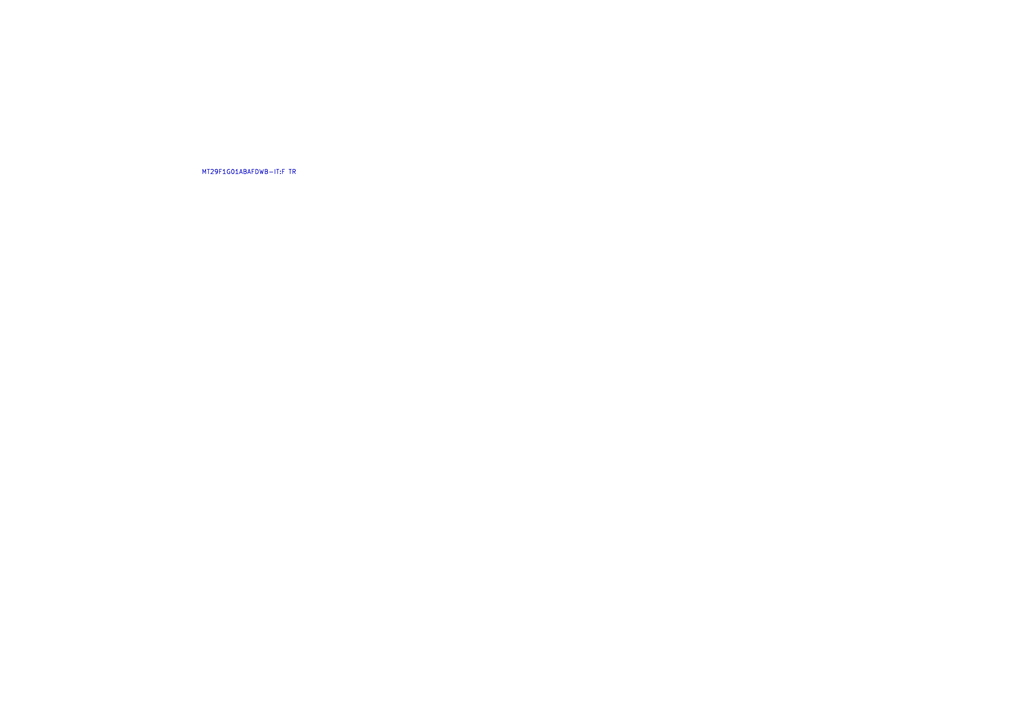
<source format=kicad_sch>
(kicad_sch (version 20211123) (generator eeschema)
  (paper "A4")
  (lib_symbols)
  (text "MT29F1G01ABAFDWB-IT:F TR" (at 58.42 50.8 0) (effects (font (size 1.27 1.27)) (justify left bottom)))
)
</source>
